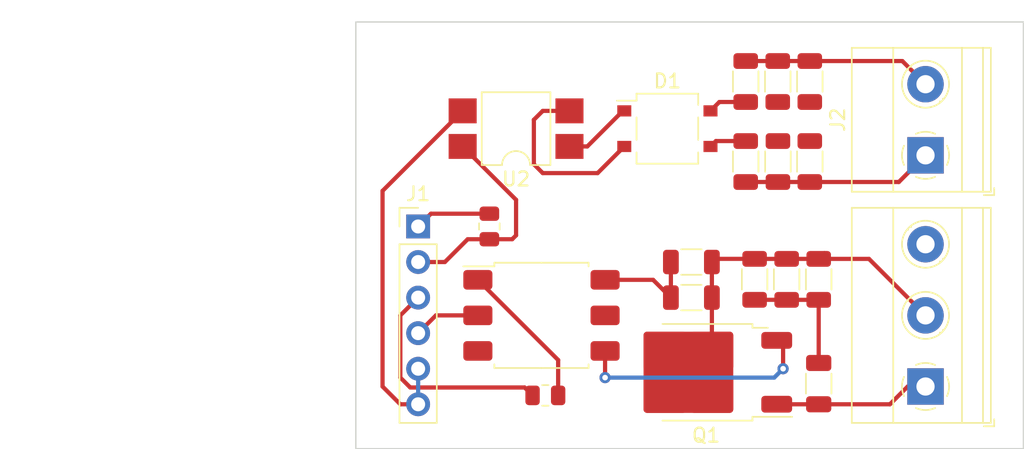
<source format=kicad_pcb>
(kicad_pcb (version 20221018) (generator pcbnew)
  (layers (0 "F.Cu" signal) (31 "B.Cu" signal) (34 "B.Paste" user) (35 "F.Paste" user) (36 "B.SilkS" user "B.Silkscreen") (37 "F.SilkS" user "F.Silkscreen") (38 "B.Mask" user) (39 "F.Mask" user) (44 "Edge.Cuts" user))
  (net 0 "")
  (net 1 "Net-(C1-Pad1)")
  (net 2 "LOAD")
  (net 3 "DIM_ANODE")
  (net 4 "DIM_CATHODE")
  (net 5 "Net-(R1-Pad2)")
  (net 6 "Net-(R3-Pad1)")
  (net 7 "/TRIAC_GATE")
  (net 8 "+3.3V")
  (net 9 "Net-(D1-+)")
  (net 10 "Net-(D1--)")
  (net 11 "Net-(D1-Pad3)")
  (net 12 "Net-(D1-Pad4)")
  (net 13 "NEUTRAL")
  (net 14 "LIVE")
  (net 15 "GND")
  (net 18 "ZERO_CROSS_OUT")
  (footprint "Resistor_SMD:R_0805_2012Metric" (layer "F.Cu") (at 88.265 41.91 -90)
    (fp_text reference "R2" hide)
    (fp_text value "10kR")
    (fp_line (start -0.227064 -0.735) (end 0.227064 -0.735) (stroke (width 0.12)) (layer "F.SilkS"))
    (fp_line (start -0.227064 0.735) (end 0.227064 0.735) (stroke (width 0.12)) (layer "F.SilkS"))
    (pad "1" smd roundrect (at -0.9125 0 270) (size 1.025 1.4) (layers "F.Cu" "F.Paste" "F.Mask") (roundrect_rratio 0.243902) (net 8 "+3.3V"))
    (pad "2" smd roundrect (at 0.9125 0 270) (size 1.025 1.4) (layers "F.Cu" "F.Paste" "F.Mask") (roundrect_rratio 0.243902) (net 18 "ZERO_CROSS_OUT"))
  )
  (footprint "Resistor_SMD:R_1206_3216Metric" (layer "F.Cu") (at 102.6775 44.45)
    (fp_text reference "R3" hide)
    (fp_text value "1kR 1/4W")
    (fp_line (start -0.727064 -0.91) (end 0.727064 -0.91) (stroke (width 0.12)) (layer "F.SilkS"))
    (fp_line (start -0.727064 0.91) (end 0.727064 0.91) (stroke (width 0.12)) (layer "F.SilkS"))
    (pad "1" smd roundrect (at -1.4625 0) (size 1.125 1.75) (layers "F.Cu" "F.Paste" "F.Mask") (roundrect_rratio 0.2222222222) (net 6 "Net-(R3-Pad1)"))
    (pad "2" smd roundrect (at 1.4625 0) (size 1.125 1.75) (layers "F.Cu" "F.Paste" "F.Mask") (roundrect_rratio 0.2222222222) (net 13 "NEUTRAL"))
  )
  (footprint "Resistor_SMD:R_1206_3216Metric" (layer "F.Cu") (at 106.553 31.5575 90)
    (fp_text reference "R10" hide)
    (fp_text value "100k 1/4W" hide)
    (fp_line (start -0.727064 -0.91) (end 0.727064 -0.91) (stroke (width 0.12)) (layer "F.SilkS"))
    (fp_line (start -0.727064 0.91) (end 0.727064 0.91) (stroke (width 0.12)) (layer "F.SilkS"))
    (pad "1" smd roundrect (at -1.4625 0 90) (size 1.125 1.75) (layers "F.Cu" "F.Paste" "F.Mask") (roundrect_rratio 0.222222) (net 12 "Net-(D1-Pad4)"))
    (pad "2" smd roundrect (at 1.4625 0 90) (size 1.125 1.75) (layers "F.Cu" "F.Paste" "F.Mask") (roundrect_rratio 0.222222) (net 13 "NEUTRAL"))
  )
  (footprint "MountingHole:MountingHole_2.7mm_M2.5_ISO7380" (layer "F.Cu") (at 71.755 29.21)
    (fp_text reference "H1" hide)
    (fp_text value "MountingHole" hide)
    (pad "" np_thru_hole circle (at 0 0) (size 2.7 2.7) (drill 2.7) (layers "*.Cu" "*.Mask"))
  )
  (footprint "Resistor_SMD:R_1206_3216Metric" (layer "F.Cu") (at 102.6775 46.99)
    (fp_text reference "R4" hide)
    (fp_text value "1kR 1/4W")
    (fp_line (start -0.727064 -0.91) (end 0.727064 -0.91) (stroke (width 0.12)) (layer "F.SilkS"))
    (fp_line (start -0.727064 0.91) (end 0.727064 0.91) (stroke (width 0.12)) (layer "F.SilkS"))
    (pad "1" smd roundrect (at -1.4625 0) (size 1.125 1.75) (layers "F.Cu" "F.Paste" "F.Mask") (roundrect_rratio 0.2222222222) (net 6 "Net-(R3-Pad1)"))
    (pad "2" smd roundrect (at 1.4625 0) (size 1.125 1.75) (layers "F.Cu" "F.Paste" "F.Mask") (roundrect_rratio 0.2222222222) (net 13 "NEUTRAL"))
  )
  (footprint "Resistor_SMD:R_1206_3216Metric" (layer "F.Cu") (at 107.188 45.6857 90)
    (fp_text reference "R6" hide)
    (fp_text value "120R 1/4W" hide)
    (fp_line (start -0.727064 -0.91) (end 0.727064 -0.91) (stroke (width 0.12)) (layer "F.SilkS"))
    (fp_line (start -0.727064 0.91) (end 0.727064 0.91) (stroke (width 0.12)) (layer "F.SilkS"))
    (pad "1" smd roundrect (at -1.4625 0 90) (size 1.125 1.75) (layers "F.Cu" "F.Paste" "F.Mask") (roundrect_rratio 0.222222) (net 1 "Net-(C1-Pad1)"))
    (pad "2" smd roundrect (at 1.4625 0 90) (size 1.125 1.75) (layers "F.Cu" "F.Paste" "F.Mask") (roundrect_rratio 0.222222) (net 13 "NEUTRAL"))
  )
  (footprint "Resistor_SMD:R_1206_3216Metric" (layer "F.Cu") (at 111.125 37.2725 -90)
    (fp_text reference "R7" hide)
    (fp_text value "100k 1/4W" hide)
    (fp_line (start -0.727064 -0.91) (end 0.727064 -0.91) (stroke (width 0.12)) (layer "F.SilkS"))
    (fp_line (start -0.727064 0.91) (end 0.727064 0.91) (stroke (width 0.12)) (layer "F.SilkS"))
    (pad "1" smd roundrect (at -1.4625 0 270) (size 1.125 1.75) (layers "F.Cu" "F.Paste" "F.Mask") (roundrect_rratio 0.222222) (net 11 "Net-(D1-Pad3)"))
    (pad "2" smd roundrect (at 1.4625 0 270) (size 1.125 1.75) (layers "F.Cu" "F.Paste" "F.Mask") (roundrect_rratio 0.222222) (net 14 "LIVE"))
  )
  (footprint "Resistor_SMD:R_1206_3216Metric" (layer "F.Cu") (at 108.839 31.5575 90)
    (fp_text reference "R11" hide)
    (fp_text value "100k 1/4W" hide)
    (fp_line (start -0.727064 -0.91) (end 0.727064 -0.91) (stroke (width 0.12)) (layer "F.SilkS"))
    (fp_line (start -0.727064 0.91) (end 0.727064 0.91) (stroke (width 0.12)) (layer "F.SilkS"))
    (pad "1" smd roundrect (at -1.4625 0 90) (size 1.125 1.75) (layers "F.Cu" "F.Paste" "F.Mask") (roundrect_rratio 0.222222) (net 12 "Net-(D1-Pad4)"))
    (pad "2" smd roundrect (at 1.4625 0 90) (size 1.125 1.75) (layers "F.Cu" "F.Paste" "F.Mask") (roundrect_rratio 0.222222) (net 13 "NEUTRAL"))
  )
  (footprint "leading-edge-ac-dimmer:Lite-On_SOP6_6.5x7.3mm_P2.54mm" (layer "F.Cu") (at 91.9825 48.26)
    (fp_text reference "U1" hide)
    (fp_text value "MOC3023M")
    (fp_line (start -3.36 -3.76) (end -3.36 -3.5) (stroke (width 0.12)) (layer "F.SilkS"))
    (fp_line (start -3.36 -3.5) (end -5.575 -3.5) (stroke (width 0.12)) (layer "F.SilkS"))
    (fp_line (start -3.36 3.76) (end -3.36 3.5) (stroke (width 0.12)) (layer "F.SilkS"))
    (fp_line (start 0 -3.76) (end -3.36 -3.76) (stroke (width 0.12)) (layer "F.SilkS"))
    (fp_line (start 0 -3.76) (end 3.36 -3.76) (stroke (width 0.12)) (layer "F.SilkS"))
    (fp_line (start 0 3.76) (end -3.36 3.76) (stroke (width 0.12)) (layer "F.SilkS"))
    (fp_line (start 0 3.76) (end 3.36 3.76) (stroke (width 0.12)) (layer "F.SilkS"))
    (fp_line (start 3.36 -3.76) (end 3.36 -3.5) (stroke (width 0.12)) (layer "F.SilkS"))
    (fp_line (start 3.36 3.76) (end 3.36 3.5) (stroke (width 0.12)) (layer "F.SilkS"))
    (pad "1" smd roundrect (at -4.5375 -2.54) (size 2.075 1.4) (layers "F.Cu" "F.Paste" "F.Mask") (roundrect_rratio 0.178571) (net 5 "Net-(R1-Pad2)"))
    (pad "2" smd roundrect (at -4.5375 0) (size 2.075 1.4) (layers "F.Cu" "F.Paste" "F.Mask") (roundrect_rratio 0.178571) (net 4 "DIM_CATHODE"))
    (pad "3" smd roundrect (at -4.5375 2.54) (size 2.075 1.4) (layers "F.Cu" "F.Paste" "F.Mask") (roundrect_rratio 0.178571))
    (pad "4" smd roundrect (at 4.5375 2.54) (size 2.075 1.4) (layers "F.Cu" "F.Paste" "F.Mask") (roundrect_rratio 0.178571) (net 7 "/TRIAC_GATE"))
    (pad "5" smd roundrect (at 4.5375 0) (size 2.075 1.4) (layers "F.Cu" "F.Paste" "F.Mask") (roundrect_rratio 0.178571))
    (pad "6" smd roundrect (at 4.5375 -2.54) (size 2.075 1.4) (layers "F.Cu" "F.Paste" "F.Mask") (roundrect_rratio 0.178571) (net 6 "Net-(R3-Pad1)"))
  )
  (footprint "Resistor_SMD:R_0805_2012Metric" (layer "F.Cu") (at 92.26 53.975)
    (fp_text reference "R1" hide)
    (fp_text value "330R")
    (fp_line (start -0.227064 -0.735) (end 0.227064 -0.735) (stroke (width 0.12)) (layer "F.SilkS"))
    (fp_line (start -0.227064 0.735) (end 0.227064 0.735) (stroke (width 0.12)) (layer "F.SilkS"))
    (pad "1" smd roundrect (at -0.9125 0) (size 1.025 1.4) (layers "F.Cu" "F.Paste" "F.Mask") (roundrect_rratio 0.243902) (net 3 "DIM_ANODE"))
    (pad "2" smd roundrect (at 0.9125 0) (size 1.025 1.4) (layers "F.Cu" "F.Paste" "F.Mask") (roundrect_rratio 0.243902) (net 5 "Net-(R1-Pad2)"))
  )
  (footprint "Resistor_SMD:R_1206_3216Metric" (layer "F.Cu") (at 111.76 45.6875 90)
    (fp_text reference "R13" hide)
    (fp_text value "120R 1/4W" hide)
    (fp_line (start -0.727064 -0.91) (end 0.727064 -0.91) (stroke (width 0.12)) (layer "F.SilkS"))
    (fp_line (start -0.727064 0.91) (end 0.727064 0.91) (stroke (width 0.12)) (layer "F.SilkS"))
    (pad "1" smd roundrect (at -1.4625 0 90) (size 1.125 1.75) (layers "F.Cu" "F.Paste" "F.Mask") (roundrect_rratio 0.222222) (net 1 "Net-(C1-Pad1)"))
    (pad "2" smd roundrect (at 1.4625 0 90) (size 1.125 1.75) (layers "F.Cu" "F.Paste" "F.Mask") (roundrect_rratio 0.222222) (net 13 "NEUTRAL"))
  )
  (footprint "MountingHole:MountingHole_2.7mm_M2.5_ISO7380" (layer "F.Cu") (at 55.88 48.26)
    (fp_text reference "H3" hide)
    (fp_text value "MountingHole" hide)
    (pad "" np_thru_hole circle (at 0 0) (size 2.7 2.7) (drill 2.7) (layers "*.Cu" "*.Mask"))
  )
  (footprint "MountingHole:MountingHole_2.7mm_M2.5_ISO7380" (layer "F.Cu") (at 57.785 29.21)
    (fp_text reference "H2" hide)
    (fp_text value "MountingHole" hide)
    (pad "" np_thru_hole circle (at 0 0) (size 2.7 2.7) (drill 2.7) (layers "*.Cu" "*.Mask"))
  )
  (footprint "Connector_PinHeader_2.54mm:PinHeader_1x06_P2.54mm_Vertical" (layer "F.Cu") (at 83.185 41.91)
    (fp_text reference "J1" (at 0 -2.33) (layer "F.SilkS"))
    (fp_text value "Conn_01x06_Pin")
    (fp_line (start -1.33 -1.33) (end 0 -1.33) (stroke (width 0.12)) (layer "F.SilkS"))
    (fp_line (start -1.33 0) (end -1.33 -1.33) (stroke (width 0.12)) (layer "F.SilkS"))
    (fp_line (start -1.33 1.27) (end -1.33 14.03) (stroke (width 0.12)) (layer "F.SilkS"))
    (fp_line (start -1.33 1.27) (end 1.33 1.27) (stroke (width 0.12)) (layer "F.SilkS"))
    (fp_line (start -1.33 14.03) (end 1.33 14.03) (stroke (width 0.12)) (layer "F.SilkS"))
    (fp_line (start 1.33 1.27) (end 1.33 14.03) (stroke (width 0.12)) (layer "F.SilkS"))
    (pad "1" thru_hole rect (at 0 0) (size 1.7 1.7) (drill 1) (layers "*.Cu" "*.Mask") (net 8 "+3.3V"))
    (pad "2" thru_hole oval (at 0 2.54) (size 1.7 1.7) (drill 1) (layers "*.Cu" "*.Mask") (net 18 "ZERO_CROSS_OUT"))
    (pad "3" thru_hole oval (at 0 5.08) (size 1.7 1.7) (drill 1) (layers "*.Cu" "*.Mask") (net 3 "DIM_ANODE"))
    (pad "4" thru_hole oval (at 0 7.62) (size 1.7 1.7) (drill 1) (layers "*.Cu" "*.Mask") (net 4 "DIM_CATHODE"))
    (pad "5" thru_hole oval (at 0 10.16) (size 1.7 1.7) (drill 1) (layers "*.Cu" "*.Mask") (net 15 "GND"))
    (pad "6" thru_hole oval (at 0 12.7) (size 1.7 1.7) (drill 1) (layers "*.Cu" "*.Mask") (net 15 "GND"))
  )
  (footprint "Resistor_SMD:R_1206_3216Metric" (layer "F.Cu") (at 108.851 37.2725 -90)
    (fp_text reference "R8" hide)
    (fp_text value "100k 1/4W" hide)
    (fp_line (start -0.727064 -0.91) (end 0.727064 -0.91) (stroke (width 0.12)) (layer "F.SilkS"))
    (fp_line (start -0.727064 0.91) (end 0.727064 0.91) (stroke (width 0.12)) (layer "F.SilkS"))
    (pad "1" smd roundrect (at -1.4625 0 270) (size 1.125 1.75) (layers "F.Cu" "F.Paste" "F.Mask") (roundrect_rratio 0.222222) (net 11 "Net-(D1-Pad3)"))
    (pad "2" smd roundrect (at 1.4625 0 270) (size 1.125 1.75) (layers "F.Cu" "F.Paste" "F.Mask") (roundrect_rratio 0.222222) (net 14 "LIVE"))
  )
  (footprint "MountingHole:MountingHole_2.7mm_M2.5_ISO7380" (layer "F.Cu") (at 71.12 48.895)
    (fp_text reference "H4" hide)
    (fp_text value "MountingHole" hide)
    (pad "" np_thru_hole circle (at 0 0) (size 2.7 2.7) (drill 2.7) (layers "*.Cu" "*.Mask"))
  )
  (footprint "Package_TO_SOT_SMD:TO-252-2" (layer "F.Cu") (at 103.725 52.325 180)
    (fp_text reference "Q1" (at 0 -4.5) (layer "F.SilkS"))
    (fp_text value "BT136-600" hide)
    (fp_line (start -3.31 -3.45) (end -3.31 -3.18) (stroke (width 0.12)) (layer "F.SilkS"))
    (fp_line (start -3.31 -3.18) (end -6.14 -3.18) (stroke (width 0.12)) (layer "F.SilkS"))
    (fp_line (start -3.31 3.18) (end -4.41 3.18) (stroke (width 0.12)) (layer "F.SilkS"))
    (fp_line (start -3.31 3.45) (end -3.31 3.18) (stroke (width 0.12)) (layer "F.SilkS"))
    (fp_line (start 3.11 -3.45) (end -3.31 -3.45) (stroke (width 0.12)) (layer "F.SilkS"))
    (fp_line (start 3.11 3.45) (end -3.31 3.45) (stroke (width 0.12)) (layer "F.SilkS"))
    (pad "1" smd roundrect (at -5.04 -2.28 180) (size 2.2 1.2) (layers "F.Cu" "F.Paste" "F.Mask") (roundrect_rratio 0.208333) (net 2 "LOAD"))
    (pad "2" smd roundrect (at -0.415 -1.525 180) (size 3.05 2.75) (layers "F.Cu" "F.Paste") (roundrect_rratio 0.090909) (net 13 "NEUTRAL"))
    (pad "2" smd roundrect (at -0.415 1.525 180) (size 3.05 2.75) (layers "F.Cu" "F.Paste") (roundrect_rratio 0.090909) (net 13 "NEUTRAL"))
    (pad "2" smd roundrect (at 1.26 0 180) (size 6.4 5.8) (layers "F.Cu" "F.Mask") (roundrect_rratio 0.043103) (net 13 "NEUTRAL"))
    (pad "2" smd roundrect (at 2.935 -1.525 180) (size 3.05 2.75) (layers "F.Cu" "F.Paste") (roundrect_rratio 0.090909) (net 13 "NEUTRAL"))
    (pad "2" smd roundrect (at 2.935 1.525 180) (size 3.05 2.75) (layers "F.Cu" "F.Paste") (roundrect_rratio 0.090909) (net 13 "NEUTRAL"))
    (pad "3" smd roundrect (at -5.04 2.28 180) (size 2.2 1.2) (layers "F.Cu" "F.Paste" "F.Mask") (roundrect_rratio 0.208333) (net 7 "/TRIAC_GATE"))
  )
  (footprint "Package_DIP:SMDIP-4_W7.62mm" (layer "F.Cu") (at 90.17 34.925 180)
    (fp_text reference "U2" (at 0 -3.6) (layer "F.SilkS"))
    (fp_text value "EL817")
    (fp_line (start -2.45 -2.6) (end -2.45 2.6) (stroke (width 0.12)) (layer "F.SilkS"))
    (fp_line (start -2.45 2.6) (end 2.45 2.6) (stroke (width 0.12)) (layer "F.SilkS"))
    (fp_line (start -1 -2.6) (end -2.45 -2.6) (stroke (width 0.12)) (layer "F.SilkS"))
    (fp_line (start 2.45 -2.6) (end 1 -2.6) (stroke (width 0.12)) (layer "F.SilkS"))
    (fp_line (start 2.45 2.6) (end 2.45 -2.6) (stroke (width 0.12)) (layer "F.SilkS"))
    (fp_arc (start 1 -2.6) (mid 0 -1.6) (end -1 -2.6) (stroke (width 0.12)) (layer "F.SilkS"))
    (pad "1" smd rect (at -3.81 -1.27 180) (size 2 1.78) (layers "F.Cu" "F.Paste" "F.Mask") (net 9 "Net-(D1-+)"))
    (pad "2" smd rect (at -3.81 1.27 180) (size 2 1.78) (layers "F.Cu" "F.Paste" "F.Mask") (net 10 "Net-(D1--)"))
    (pad "3" smd rect (at 3.81 1.27 180) (size 2 1.78) (layers "F.Cu" "F.Paste" "F.Mask") (net 15 "GND"))
    (pad "4" smd rect (at 3.81 -1.27 180) (size 2 1.78) (layers "F.Cu" "F.Paste" "F.Mask") (net 18 "ZERO_CROSS_OUT"))
  )
  (footprint "TerminalBlock_Phoenix:TerminalBlock_Phoenix_MKDS-1,5-2-5.08_1x02_P5.08mm_Horizontal" (layer "F.Cu") (at 119.38 36.83 90)
    (fp_text reference "J2" (at 2.54 -6.26 90) (layer "F.SilkS"))
    (fp_text value "Screw_Terminal_01x02")
    (fp_line (start -2.84 4.16) (end -2.84 4.9) (stroke (width 0.12)) (layer "F.SilkS"))
    (fp_line (start -2.84 4.9) (end -2.34 4.9) (stroke (width 0.12)) (layer "F.SilkS"))
    (fp_line (start -2.6 -5.261) (end -2.6 4.66) (stroke (width 0.12)) (layer "F.SilkS"))
    (fp_line (start -2.6 -5.261) (end 7.68 -5.261) (stroke (width 0.12)) (layer "F.SilkS"))
    (fp_line (start -2.6 -2.301) (end 7.68 -2.301) (stroke (width 0.12)) (layer "F.SilkS"))
    (fp_line (start -2.6 2.6) (end 7.68 2.6) (stroke (width 0.12)) (layer "F.SilkS"))
    (fp_line (start -2.6 4.1) (end 7.68 4.1) (stroke (width 0.12)) (layer "F.SilkS"))
    (fp_line (start -2.6 4.66) (end 7.68 4.66) (stroke (width 0.12)) (layer "F.SilkS"))
    (fp_line (start 3.853 1.023) (end 3.806 1.069) (stroke (width 0.12)) (layer "F.SilkS"))
    (fp_line (start 4.046 1.239) (end 4.011 1.274) (stroke (width 0.12)) (layer "F.SilkS"))
    (fp_line (start 6.15 -1.275) (end 6.115 -1.239) (stroke (width 0.12)) (layer "F.SilkS"))
    (fp_line (start 6.355 -1.069) (end 6.308 -1.023) (stroke (width 0.12)) (layer "F.SilkS"))
    (fp_line (start 7.68 -5.261) (end 7.68 4.66) (stroke (width 0.12)) (layer "F.SilkS"))
    (fp_arc (start -1.535427 0.683042) (mid -1.680501 -0.000524) (end -1.535 -0.684) (stroke (width 0.12)) (layer "F.SilkS"))
    (fp_arc (start -0.683042 -1.535427) (mid 0.000524 -1.680501) (end 0.684 -1.535) (stroke (width 0.12)) (layer "F.SilkS"))
    (fp_arc (start 0.028805 1.680253) (mid -0.335551 1.646659) (end -0.684 1.535) (stroke (width 0.12)) (layer "F.SilkS"))
    (fp_arc (start 0.683318 1.534756) (mid 0.349292 1.643288) (end 0 1.68) (stroke (width 0.12)) (layer "F.SilkS"))
    (fp_arc (start 1.535427 -0.683042) (mid 1.680501 0.000524) (end 1.535 0.684) (stroke (width 0.12)) (layer "F.SilkS"))
    (fp_circle (center 5.08 0) (end 6.76 0) (stroke (width 0.12)) (fill none) (layer "F.SilkS"))
    (pad "1" thru_hole rect (at 0 0 90) (size 2.6 2.6) (drill 1.3) (layers "*.Cu" "*.Mask") (net 14 "LIVE"))
    (pad "2" thru_hole circle (at 5.08 0 90) (size 2.6 2.6) (drill 1.3) (layers "*.Cu" "*.Mask") (net 13 "NEUTRAL"))
  )
  (footprint "Resistor_SMD:R_1206_3216Metric" (layer "F.Cu") (at 106.553 37.2725 -90)
    (fp_text reference "R9" hide)
    (fp_text value "100k 1/4W" hide)
    (fp_line (start -0.727064 -0.91) (end 0.727064 -0.91) (stroke (width 0.12)) (layer "F.SilkS"))
    (fp_line (start -0.727064 0.91) (end 0.727064 0.91) (stroke (width 0.12)) (layer "F.SilkS"))
    (pad "1" smd roundrect (at -1.4625 0 270) (size 1.125 1.75) (layers "F.Cu" "F.Paste" "F.Mask") (roundrect_rratio 0.222222) (net 11 "Net-(D1-Pad3)"))
    (pad "2" smd roundrect (at 1.4625 0 270) (size 1.125 1.75) (layers "F.Cu" "F.Paste" "F.Mask") (roundrect_rratio 0.222222) (net 14 "LIVE"))
  )
  (footprint "Resistor_SMD:R_1206_3216Metric" (layer "F.Cu") (at 109.474 45.6875 90)
    (fp_text reference "R5" hide)
    (fp_text value "120R 1/4W" hide)
    (fp_line (start -0.727064 -0.91) (end 0.727064 -0.91) (stroke (width 0.12)) (layer "F.SilkS"))
    (fp_line (start -0.727064 0.91) (end 0.727064 0.91) (stroke (width 0.12)) (layer "F.SilkS"))
    (pad "1" smd roundrect (at -1.4625 0 90) (size 1.125 1.75) (layers "F.Cu" "F.Paste" "F.Mask") (roundrect_rratio 0.222222) (net 1 "Net-(C1-Pad1)"))
    (pad "2" smd roundrect (at 1.4625 0 90) (size 1.125 1.75) (layers "F.Cu" "F.Paste" "F.Mask") (roundrect_rratio 0.222222) (net 13 "NEUTRAL"))
  )
  (footprint "Resistor_SMD:R_1206_3216Metric" (layer "F.Cu") (at 111.125 31.5575 90)
    (fp_text reference "R12" hide)
    (fp_text value "100k 1/4W" hide)
    (fp_line (start -0.727064 -0.91) (end 0.727064 -0.91) (stroke (width 0.12)) (layer "F.SilkS"))
    (fp_line (start -0.727064 0.91) (end 0.727064 0.91) (stroke (width 0.12)) (layer "F.SilkS"))
    (pad "1" smd roundrect (at -1.4625 0 90) (size 1.125 1.75) (layers "F.Cu" "F.Paste" "F.Mask") (roundrect_rratio 0.222222) (net 12 "Net-(D1-Pad4)"))
    (pad "2" smd roundrect (at 1.4625 0 90) (size 1.125 1.75) (layers "F.Cu" "F.Paste" "F.Mask") (roundrect_rratio 0.222222) (net 13 "NEUTRAL"))
  )
  (footprint "Package_TO_SOT_SMD:TO-269AA" (layer "F.Cu") (at 100.965 34.925)
    (fp_text reference "D1" (at 0 -3.4) (layer "F.SilkS"))
    (fp_text value "MB10S")
    (fp_line (start -2.2 -2.5) (end -2.2 -2) (stroke (width 0.12)) (layer "F.SilkS"))
    (fp_line (start -2.2 -2) (end -3.6 -2) (stroke (width 0.12)) (layer "F.SilkS"))
    (fp_line (start -2.2 -0.8) (end -2.2 0.8) (stroke (width 0.12)) (layer "F.SilkS"))
    (fp_line (start -2.2 2.5) (end -2.2 1.7) (stroke (width 0.12)) (layer "F.SilkS"))
    (fp_line (start 2.2 -2.5) (end -2.2 -2.5) (stroke (width 0.12)) (layer "F.SilkS"))
    (fp_line (start 2.2 -1.7) (end 2.2 -2.5) (stroke (width 0.12)) (layer "F.SilkS"))
    (fp_line (start 2.2 -0.8) (end 2.2 0.8) (stroke (width 0.12)) (layer "F.SilkS"))
    (fp_line (start 2.2 1.7) (end 2.2 2.5) (stroke (width 0.12)) (layer "F.SilkS"))
    (fp_line (start 2.2 2.5) (end -2.2 2.5) (stroke (width 0.12)) (layer "F.SilkS"))
    (pad "1" smd rect (at -3.075 -1.27) (size 1 0.8) (layers "F.Cu" "F.Paste" "F.Mask") (net 9 "Net-(D1-+)"))
    (pad "2" smd rect (at -3.075 1.27) (size 1 0.8) (layers "F.Cu" "F.Paste" "F.Mask") (net 10 "Net-(D1--)"))
    (pad "3" smd rect (at 3.075 1.27) (size 1 0.8) (layers "F.Cu" "F.Paste" "F.Mask") (net 11 "Net-(D1-Pad3)"))
    (pad "4" smd rect (at 3.075 -1.27) (size 1 0.8) (layers "F.Cu" "F.Paste" "F.Mask") (net 12 "Net-(D1-Pad4)"))
  )
  (footprint "Capacitor_SMD:C_1206_3216Metric" (layer "F.Cu") (at 111.76 53.135 -90)
    (fp_text reference "C1" hide)
    (fp_text value "10nF >400V" hide)
    (fp_line (start -0.711252 -0.91) (end 0.711252 -0.91) (stroke (width 0.12)) (layer "F.SilkS"))
    (fp_line (start -0.711252 0.91) (end 0.711252 0.91) (stroke (width 0.12)) (layer "F.SilkS"))
    (pad "1" smd roundrect (at -1.475 0 270) (size 1.15 1.8) (layers "F.Cu" "F.Paste" "F.Mask") (roundrect_rratio 0.217391) (net 1 "Net-(C1-Pad1)"))
    (pad "2" smd roundrect (at 1.475 0 270) (size 1.15 1.8) (layers "F.Cu" "F.Paste" "F.Mask") (roundrect_rratio 0.217391) (net 2 "LOAD"))
  )
  (footprint "TerminalBlock_Phoenix:TerminalBlock_Phoenix_MKDS-1,5-3-5.08_1x03_P5.08mm_Horizontal" (layer "F.Cu") (at 119.38 53.34 90)
    (fp_text reference "J4" hide)
    (fp_text value "Screw_Terminal_01x03" hide)
    (fp_line (start -2.84 4.16) (end -2.84 4.9) (stroke (width 0.12)) (layer "F.SilkS"))
    (fp_line (start -2.84 4.9) (end -2.34 4.9) (stroke (width 0.12)) (layer "F.SilkS"))
    (fp_line (start -2.6 -5.261) (end -2.6 4.66) (stroke (width 0.12)) (layer "F.SilkS"))
    (fp_line (start -2.6 -5.261) (end 12.76 -5.261) (stroke (width 0.12)) (layer "F.SilkS"))
    (fp_line (start -2.6 -2.301) (end 12.76 -2.301) (stroke (width 0.12)) (layer "F.SilkS"))
    (fp_line (start -2.6 2.6) (end 12.76 2.6) (stroke (width 0.12)) (layer "F.SilkS"))
    (fp_line (start -2.6 4.1) (end 12.76 4.1) (stroke (width 0.12)) (layer "F.SilkS"))
    (fp_line (start -2.6 4.66) (end 12.76 4.66) (stroke (width 0.12)) (layer "F.SilkS"))
    (fp_line (start 3.853 1.023) (end 3.806 1.069) (stroke (width 0.12)) (layer "F.SilkS"))
    (fp_line (start 4.046 1.239) (end 4.011 1.274) (stroke (width 0.12)) (layer "F.SilkS"))
    (fp_line (start 6.15 -1.275) (end 6.115 -1.239) (stroke (width 0.12)) (layer "F.SilkS"))
    (fp_line (start 6.355 -1.069) (end 6.308 -1.023) (stroke (width 0.12)) (layer "F.SilkS"))
    (fp_line (start 8.933 1.023) (end 8.886 1.069) (stroke (width 0.12)) (layer "F.SilkS"))
    (fp_line (start 9.126 1.239) (end 9.091 1.274) (stroke (width 0.12)) (layer "F.SilkS"))
    (fp_line (start 11.23 -1.275) (end 11.195 -1.239) (stroke (width 0.12)) (layer "F.SilkS"))
    (fp_line (start 11.435 -1.069) (end 11.388 -1.023) (stroke (width 0.12)) (layer "F.SilkS"))
    (fp_line (start 12.76 -5.261) (end 12.76 4.66) (stroke (width 0.12)) (layer "F.SilkS"))
    (fp_arc (start -1.535427 0.683042) (mid -1.680501 -0.000524) (end -1.535 -0.684) (stroke (width 0.12)) (layer "F.SilkS"))
    (fp_arc (start -0.683042 -1.535427) (mid 0.000524 -1.680501) (end 0.684 -1.535) (stroke (width 0.12)) (layer "F.SilkS"))
    (fp_arc (start 0.028805 1.680253) (mid -0.335551 1.646659) (end -0.684 1.535) (stroke (width 0.12)) (layer "F.SilkS"))
    (fp_arc (start 0.683318 1.534756) (mid 0.349292 1.643288) (end 0 1.68) (stroke (width 0.12)) (layer "F.SilkS"))
    (fp_arc (start 1.535427 -0.683042) (mid 1.680501 0.000524) (end 1.535 0.684) (stroke (width 0.12)) (layer "F.SilkS"))
    (fp_circle (center 5.08 0) (end 6.76 0) (stroke (width 0.12)) (fill none) (layer "F.SilkS"))
    (fp_circle (center 10.16 0) (end 11.84 0) (stroke (width 0.12)) (fill none) (layer "F.SilkS"))
    (pad "1" thru_hole rect (at 0 0 90) (size 2.6 2.6) (drill 1.3) (layers "*.Cu" "*.Mask") (net 2 "LOAD"))
    (pad "2" thru_hole circle (at 5.08 0 90) (size 2.6 2.6) (drill 1.3) (layers "*.Cu" "*.Mask") (net 13 "NEUTRAL"))
    (pad "3" thru_hole circle (at 10.16 0 90) (size 2.6 2.6) (drill 1.3) (layers "*.Cu" "*.Mask") (net 14 "LIVE"))
  )
  (gr_rect (start 78.74 27.305) (end 126.365 57.785) (stroke (width 0.1)) (fill none) (layer "Edge.Cuts"))
  (segment (start 109.474 47.15) (end 111.76 47.15) (width 0.3) (layer "F.Cu") (net 1))
  (segment (start 109.4722 47.1482) (end 109.474 47.15) (width 0.3) (layer "F.Cu") (net 1))
  (segment (start 111.76 47.15) (end 111.76 51.66) (width 0.3) (layer "F.Cu") (net 1))
  (segment (start 107.188 47.1482) (end 109.4722 47.1482) (width 0.3) (layer "F.Cu") (net 1))
  (segment (start 111.755 54.605) (end 111.76 54.61) (width 0.3) (layer "F.Cu") (net 2))
  (segment (start 118.11 53.34) (end 116.84 54.61) (width 0.3) (layer "F.Cu") (net 2))
  (segment (start 108.77 54.61) (end 108.765 54.605) (width 0.3) (layer "F.Cu") (net 2))
  (segment (start 119.38 53.34) (end 118.11 53.34) (width 0.3) (layer "F.Cu") (net 2))
  (segment (start 116.84 54.61) (end 111.76 54.61) (width 0.3) (layer "F.Cu") (net 2))
  (segment (start 111.76 54.61) (end 108.77 54.61) (width 0.3) (layer "F.Cu") (net 2))
  (segment (start 81.915 52.705) (end 81.915 48.26) (width 0.3) (layer "F.Cu") (net 3))
  (segment (start 91.3475 53.975) (end 90.7825 53.41) (width 0.3) (layer "F.Cu") (net 3))
  (segment (start 82.62 53.41) (end 81.915 52.705) (width 0.3) (layer "F.Cu") (net 3))
  (segment (start 90.7825 53.41) (end 82.62 53.41) (width 0.3) (layer "F.Cu") (net 3))
  (segment (start 81.915 48.26) (end 83.185 46.99) (width 0.3) (layer "F.Cu") (net 3))
  (segment (start 84.455 48.26) (end 87.445 48.26) (width 0.3) (layer "F.Cu") (net 4))
  (segment (start 83.185 49.53) (end 84.455 48.26) (width 0.3) (layer "F.Cu") (net 4))
  (segment (start 87.445 45.72) (end 93.1725 51.4475) (width 0.3) (layer "F.Cu") (net 5))
  (segment (start 93.1725 51.4475) (end 93.1725 53.975) (width 0.3) (layer "F.Cu") (net 5))
  (segment (start 101.215 46.99) (end 99.945 45.72) (width 0.3) (layer "F.Cu") (net 6))
  (segment (start 101.215 46.99) (end 101.215 44.45) (width 0.3) (layer "F.Cu") (net 6))
  (segment (start 99.945 45.72) (end 96.52 45.72) (width 0.3) (layer "F.Cu") (net 6))
  (segment (start 109.22 50.5) (end 108.765 50.045) (width 0.3) (layer "F.Cu") (net 7))
  (segment (start 96.52 52.705) (end 96.52 50.8) (width 0.3) (layer "F.Cu") (net 7))
  (segment (start 109.22 52.07) (end 109.22 50.5) (width 0.3) (layer "F.Cu") (net 7))
  (via (at 96.52 52.705) (size 0.8) (drill 0.4) (layers "F.Cu" "B.Cu") (net 7))
  (via (at 109.22 52.07) (size 0.8) (drill 0.4) (layers "F.Cu" "B.Cu") (net 7))
  (segment (start 96.52 52.705) (end 108.585 52.705) (width 0.3) (layer "B.Cu") (net 7))
  (segment (start 108.585 52.705) (end 109.22 52.07) (width 0.3) (layer "B.Cu") (net 7))
  (segment (start 88.265 40.9975) (end 84.0975 40.9975) (width 0.3) (layer "F.Cu") (net 8))
  (segment (start 84.0975 40.9975) (end 83.185 41.91) (width 0.3) (layer "F.Cu") (net 8))
  (segment (start 95.25 36.195) (end 93.98 36.195) (width 0.3) (layer "F.Cu") (net 9))
  (segment (start 97.89 33.655) (end 97.79 33.655) (width 0.3) (layer "F.Cu") (net 9))
  (segment (start 97.79 33.655) (end 95.25 36.195) (width 0.3) (layer "F.Cu") (net 9))
  (segment (start 91.44 34.29) (end 92.075 33.655) (width 0.3) (layer "F.Cu") (net 10))
  (segment (start 92.075 33.655) (end 93.98 33.655) (width 0.3) (layer "F.Cu") (net 10))
  (segment (start 91.44 37.465) (end 91.44 34.29) (width 0.3) (layer "F.Cu") (net 10))
  (segment (start 97.89 36.195) (end 95.985 38.1) (width 0.3) (layer "F.Cu") (net 10))
  (segment (start 92.075 38.1) (end 91.44 37.465) (width 0.3) (layer "F.Cu") (net 10))
  (segment (start 95.985 38.1) (end 92.075 38.1) (width 0.3) (layer "F.Cu") (net 10))
  (segment (start 106.553 35.81) (end 104.425 35.81) (width 0.3) (layer "F.Cu") (net 11))
  (segment (start 104.425 35.81) (end 104.04 36.195) (width 0.3) (layer "F.Cu") (net 11))
  (segment (start 106.553 33.02) (end 104.675 33.02) (width 0.3) (layer "F.Cu") (net 12))
  (segment (start 104.675 33.02) (end 104.04 33.655) (width 0.3) (layer "F.Cu") (net 12))
  (segment (start 104.14 46.99) (end 104.14 50.8) (width 0.3) (layer "F.Cu") (net 13))
  (segment (start 112.17 43.815) (end 111.76 44.225) (width 0.3) (layer "F.Cu") (net 13))
  (segment (start 117.725 30.095) (end 111.125 30.095) (width 0.3) (layer "F.Cu") (net 13))
  (segment (start 104.14 44.45) (end 104.14 46.99) (width 0.3) (layer "F.Cu") (net 13))
  (segment (start 107.1898 44.225) (end 107.188 44.2232) (width 0.3) (layer "F.Cu") (net 13))
  (segment (start 111.76 44.225) (end 109.474 44.225) (width 0.3) (layer "F.Cu") (net 13))
  (segment (start 115.345 44.225) (end 111.76 44.225) (width 0.3) (layer "F.Cu") (net 13))
  (segment (start 119.38 48.26) (end 115.345 44.225) (width 0.3) (layer "F.Cu") (net 13))
  (segment (start 109.474 44.225) (end 107.1898 44.225) (width 0.3) (layer "F.Cu") (net 13))
  (segment (start 111.125 30.095) (end 106.553 30.095) (width 0.3) (layer "F.Cu") (net 13))
  (segment (start 119.38 31.75) (end 117.725 30.095) (width 0.3) (layer "F.Cu") (net 13))
  (segment (start 107.188 44.2232) (end 104.3668 44.2232) (width 0.3) (layer "F.Cu") (net 13))
  (segment (start 104.3668 44.2232) (end 104.14 44.45) (width 0.3) (layer "F.Cu") (net 13))
  (segment (start 119.38 36.83) (end 117.475 38.735) (width 0.3) (layer "F.Cu") (net 14))
  (segment (start 117.475 38.735) (end 106.553 38.735) (width 0.3) (layer "F.Cu") (net 14))
  (segment (start 80.645 39.37) (end 80.645 53.34) (width 0.3) (layer "F.Cu") (net 15))
  (segment (start 86.36 33.655) (end 80.645 39.37) (width 0.3) (layer "F.Cu") (net 15))
  (segment (start 81.915 54.61) (end 83.185 54.61) (width 0.3) (layer "F.Cu") (net 15))
  (segment (start 80.645 53.34) (end 81.915 54.61) (width 0.3) (layer "F.Cu") (net 15))
  (segment (start 83.185 52.07) (end 83.185 54.61) (width 0.3) (layer "B.Cu") (net 15))
  (segment (start 86.36 36.195) (end 90.17 40.005) (width 0.3) (layer "F.Cu") (net 18))
  (segment (start 90.17 42.545) (end 89.8925 42.8225) (width 0.3) (layer "F.Cu") (net 18))
  (segment (start 88.265 42.8225) (end 86.7175 42.8225) (width 0.3) (layer "F.Cu") (net 18))
  (segment (start 86.7175 42.8225) (end 85.09 44.45) (width 0.3) (layer "F.Cu") (net 18))
  (segment (start 89.8925 42.8225) (end 88.265 42.8225) (width 0.3) (layer "F.Cu") (net 18))
  (segment (start 85.09 44.45) (end 83.185 44.45) (width 0.3) (layer "F.Cu") (net 18))
  (segment (start 90.17 40.005) (end 90.17 42.545) (width 0.3) (layer "F.Cu") (net 18))
)
</source>
